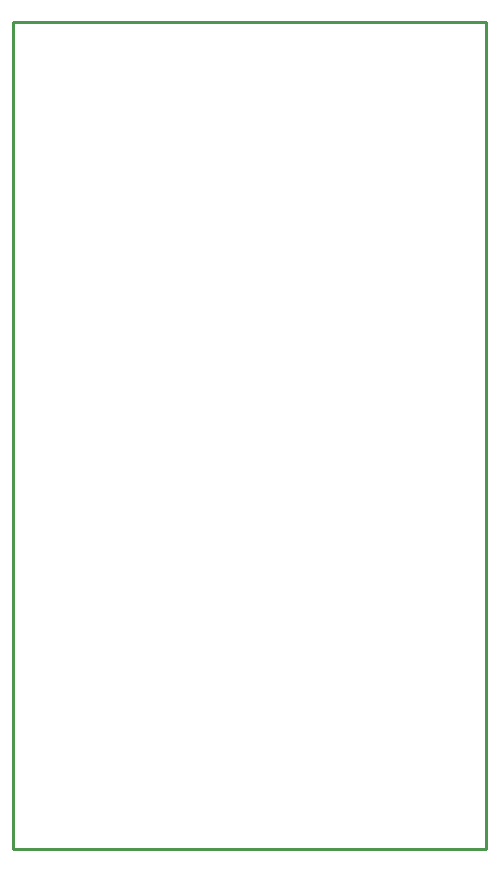
<source format=gko>
G04 ---------------------------- Layer name :KeepOutLayer*
G04 EasyEDA v5.8.19, Sun, 04 Nov 2018 19:37:38 GMT*
G04 39a5a3eee63b4c27b5b8cc1c142ef1ff*
G04 Gerber Generator version 0.2*
G04 Scale: 100 percent, Rotated: No, Reflected: No *
G04 Dimensions in inches *
G04 leading zeros omitted , absolute positions ,2 integer and 4 decimal *
%FSLAX24Y24*%
%MOIN*%
G90*
G70D02*

%ADD10C,0.010000*%
G54D10*
G01X0Y27558D02*
G01X15748Y27558D01*
G01X15748Y0D01*
G01X0Y0D01*
G01X0Y27558D01*

%LPD*%
M00*
M02*

</source>
